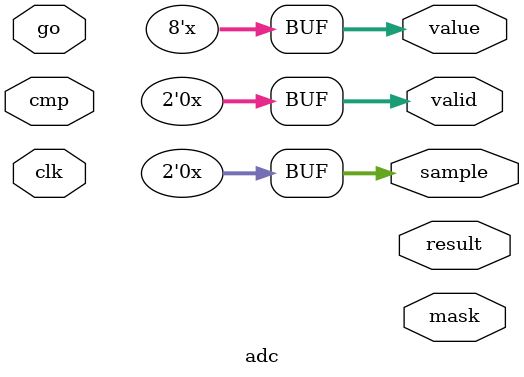
<source format=v>


`timescale 1ns/10ps

module adc (
    clk,
    go,
    valid,
    cmp,
    value,
    sample,
    result,
    mask
);


input [1:0] clk;
input [1:0] go;
output [1:0] valid;
reg [1:0] valid;
input [1:0] cmp;
output [7:0] value;
reg [7:0] value;
output [1:0] sample;
reg [1:0] sample;
output [7:0] result;
reg [7:0] result;
output [7:0] mask;
reg [7:0] mask;

reg [1:0] state_next;

parameter sWait=0, sSetup=1, sConv=2, sDone=3;

always @(*) begin: ADC_LOGIC
    if ((!go)) begin
        state_next <= sWait;
    end
    case (state_next)
        sWait: begin
            state_next <= sSetup;
        end
        sSetup: begin
            state_next <= sConv;
            mask <= 8'b10000000;
            result <= 8'b0;
        end
        sConv: begin
            if (cmp) begin
                result <= (result | mask);
            end
            mask <= (mask >>> 1);
            if (mask[0])
            state_next <= sDone;
        end
        sDone: begin
            if ((result == value)) begin
                valid <= 1;
            end
        end
    endcase

    valid <= (state_next == sDone);
    value <= (result | mask);
    sample <= (state_next == sSetup);
end

endmodule

</source>
